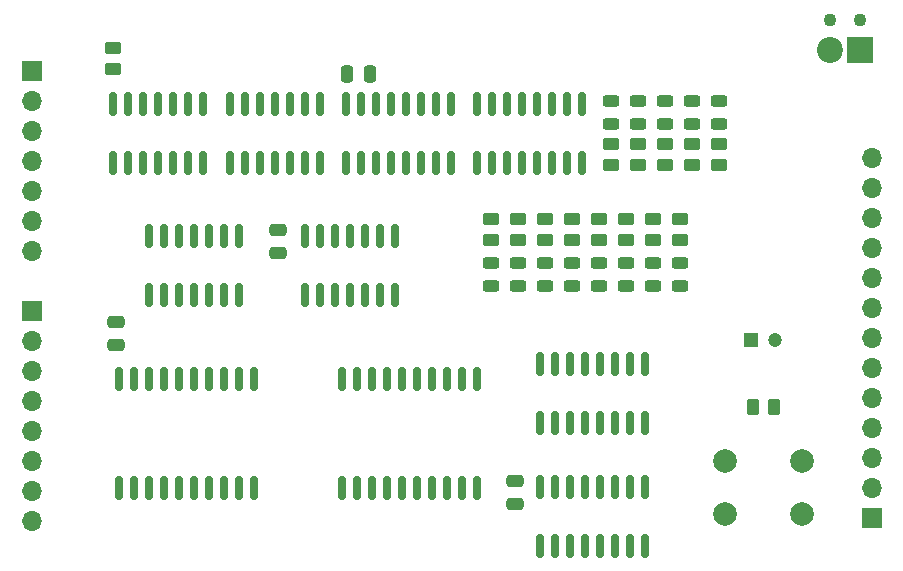
<source format=gbr>
%TF.GenerationSoftware,KiCad,Pcbnew,(6.0.0-0)*%
%TF.CreationDate,2022-08-12T08:36:24-04:00*%
%TF.ProjectId,inst-step-irq-decode,696e7374-2d73-4746-9570-2d6972712d64,rev?*%
%TF.SameCoordinates,Original*%
%TF.FileFunction,Soldermask,Top*%
%TF.FilePolarity,Negative*%
%FSLAX46Y46*%
G04 Gerber Fmt 4.6, Leading zero omitted, Abs format (unit mm)*
G04 Created by KiCad (PCBNEW (6.0.0-0)) date 2022-08-12 08:36:24*
%MOMM*%
%LPD*%
G01*
G04 APERTURE LIST*
G04 Aperture macros list*
%AMRoundRect*
0 Rectangle with rounded corners*
0 $1 Rounding radius*
0 $2 $3 $4 $5 $6 $7 $8 $9 X,Y pos of 4 corners*
0 Add a 4 corners polygon primitive as box body*
4,1,4,$2,$3,$4,$5,$6,$7,$8,$9,$2,$3,0*
0 Add four circle primitives for the rounded corners*
1,1,$1+$1,$2,$3*
1,1,$1+$1,$4,$5*
1,1,$1+$1,$6,$7*
1,1,$1+$1,$8,$9*
0 Add four rect primitives between the rounded corners*
20,1,$1+$1,$2,$3,$4,$5,0*
20,1,$1+$1,$4,$5,$6,$7,0*
20,1,$1+$1,$6,$7,$8,$9,0*
20,1,$1+$1,$8,$9,$2,$3,0*%
G04 Aperture macros list end*
%ADD10RoundRect,0.250000X0.450000X-0.262500X0.450000X0.262500X-0.450000X0.262500X-0.450000X-0.262500X0*%
%ADD11RoundRect,0.250000X-0.450000X0.262500X-0.450000X-0.262500X0.450000X-0.262500X0.450000X0.262500X0*%
%ADD12RoundRect,0.243750X-0.456250X0.243750X-0.456250X-0.243750X0.456250X-0.243750X0.456250X0.243750X0*%
%ADD13RoundRect,0.150000X0.150000X-0.825000X0.150000X0.825000X-0.150000X0.825000X-0.150000X-0.825000X0*%
%ADD14RoundRect,0.250000X0.475000X-0.250000X0.475000X0.250000X-0.475000X0.250000X-0.475000X-0.250000X0*%
%ADD15RoundRect,0.150000X0.150000X-0.875000X0.150000X0.875000X-0.150000X0.875000X-0.150000X-0.875000X0*%
%ADD16RoundRect,0.243750X0.456250X-0.243750X0.456250X0.243750X-0.456250X0.243750X-0.456250X-0.243750X0*%
%ADD17RoundRect,0.250000X0.262500X0.450000X-0.262500X0.450000X-0.262500X-0.450000X0.262500X-0.450000X0*%
%ADD18C,1.100000*%
%ADD19R,2.200000X2.200000*%
%ADD20C,2.200000*%
%ADD21R,1.200000X1.200000*%
%ADD22C,1.200000*%
%ADD23C,2.000000*%
%ADD24RoundRect,0.250000X-0.250000X-0.475000X0.250000X-0.475000X0.250000X0.475000X-0.250000X0.475000X0*%
%ADD25R,1.700000X1.700000*%
%ADD26O,1.700000X1.700000*%
G04 APERTURE END LIST*
D10*
%TO.C,R2*%
X153670000Y-93368742D03*
X153670000Y-91543742D03*
%TD*%
%TO.C,R3*%
X155956000Y-93368742D03*
X155956000Y-91543742D03*
%TD*%
D11*
%TO.C,R13*%
X172974000Y-85193742D03*
X172974000Y-87018742D03*
%TD*%
D12*
%TO.C,D6*%
X165100000Y-95328742D03*
X165100000Y-97203742D03*
%TD*%
D11*
%TO.C,R1*%
X121666000Y-77065742D03*
X121666000Y-78890742D03*
%TD*%
D13*
%TO.C,U5*%
X137922000Y-97979242D03*
X139192000Y-97979242D03*
X140462000Y-97979242D03*
X141732000Y-97979242D03*
X143002000Y-97979242D03*
X144272000Y-97979242D03*
X145542000Y-97979242D03*
X145542000Y-93029242D03*
X144272000Y-93029242D03*
X143002000Y-93029242D03*
X141732000Y-93029242D03*
X140462000Y-93029242D03*
X139192000Y-93029242D03*
X137922000Y-93029242D03*
%TD*%
D12*
%TO.C,D8*%
X169672000Y-95328742D03*
X169672000Y-97203742D03*
%TD*%
D13*
%TO.C,U4*%
X131572000Y-86803242D03*
X132842000Y-86803242D03*
X134112000Y-86803242D03*
X135382000Y-86803242D03*
X136652000Y-86803242D03*
X137922000Y-86803242D03*
X139192000Y-86803242D03*
X139192000Y-81853242D03*
X137922000Y-81853242D03*
X136652000Y-81853242D03*
X135382000Y-81853242D03*
X134112000Y-81853242D03*
X132842000Y-81853242D03*
X131572000Y-81853242D03*
%TD*%
D11*
%TO.C,R12*%
X170688000Y-85193742D03*
X170688000Y-87018742D03*
%TD*%
D13*
%TO.C,U8*%
X157861000Y-119237242D03*
X159131000Y-119237242D03*
X160401000Y-119237242D03*
X161671000Y-119237242D03*
X162941000Y-119237242D03*
X164211000Y-119237242D03*
X165481000Y-119237242D03*
X166751000Y-119237242D03*
X166751000Y-114287242D03*
X165481000Y-114287242D03*
X164211000Y-114287242D03*
X162941000Y-114287242D03*
X161671000Y-114287242D03*
X160401000Y-114287242D03*
X159131000Y-114287242D03*
X157861000Y-114287242D03*
%TD*%
D12*
%TO.C,D2*%
X155956000Y-95328742D03*
X155956000Y-97203742D03*
%TD*%
D14*
%TO.C,C4*%
X121920000Y-102218242D03*
X121920000Y-100318242D03*
%TD*%
D10*
%TO.C,R6*%
X162814000Y-93368742D03*
X162814000Y-91543742D03*
%TD*%
D15*
%TO.C,U7*%
X141097000Y-114378242D03*
X142367000Y-114378242D03*
X143637000Y-114378242D03*
X144907000Y-114378242D03*
X146177000Y-114378242D03*
X147447000Y-114378242D03*
X148717000Y-114378242D03*
X149987000Y-114378242D03*
X151257000Y-114378242D03*
X152527000Y-114378242D03*
X152527000Y-105078242D03*
X151257000Y-105078242D03*
X149987000Y-105078242D03*
X148717000Y-105078242D03*
X147447000Y-105078242D03*
X146177000Y-105078242D03*
X144907000Y-105078242D03*
X143637000Y-105078242D03*
X142367000Y-105078242D03*
X141097000Y-105078242D03*
%TD*%
%TO.C,U6*%
X122174000Y-114378242D03*
X123444000Y-114378242D03*
X124714000Y-114378242D03*
X125984000Y-114378242D03*
X127254000Y-114378242D03*
X128524000Y-114378242D03*
X129794000Y-114378242D03*
X131064000Y-114378242D03*
X132334000Y-114378242D03*
X133604000Y-114378242D03*
X133604000Y-105078242D03*
X132334000Y-105078242D03*
X131064000Y-105078242D03*
X129794000Y-105078242D03*
X128524000Y-105078242D03*
X127254000Y-105078242D03*
X125984000Y-105078242D03*
X124714000Y-105078242D03*
X123444000Y-105078242D03*
X122174000Y-105078242D03*
%TD*%
D12*
%TO.C,D5*%
X162814000Y-95328742D03*
X162814000Y-97203742D03*
%TD*%
D10*
%TO.C,R4*%
X158242000Y-93368742D03*
X158242000Y-91543742D03*
%TD*%
%TO.C,R5*%
X160528000Y-93368742D03*
X160528000Y-91543742D03*
%TD*%
%TO.C,R9*%
X169672000Y-93368742D03*
X169672000Y-91543742D03*
%TD*%
D12*
%TO.C,D4*%
X160528000Y-95328742D03*
X160528000Y-97203742D03*
%TD*%
D16*
%TO.C,D11*%
X170688000Y-83487742D03*
X170688000Y-81612742D03*
%TD*%
D10*
%TO.C,R7*%
X165100000Y-93368742D03*
X165100000Y-91543742D03*
%TD*%
D17*
%TO.C,R15*%
X177696500Y-107442242D03*
X175871500Y-107442242D03*
%TD*%
D16*
%TO.C,D10*%
X168402000Y-83487742D03*
X168402000Y-81612742D03*
%TD*%
D11*
%TO.C,R14*%
X163830000Y-85193742D03*
X163830000Y-87018742D03*
%TD*%
%TO.C,R11*%
X168402000Y-85193742D03*
X168402000Y-87018742D03*
%TD*%
D18*
%TO.C,J4*%
X182372000Y-74676000D03*
X184912000Y-74676000D03*
D19*
X184912000Y-77216000D03*
D20*
X182372000Y-77216000D03*
%TD*%
D21*
%TO.C,C5*%
X175757401Y-101770000D03*
D22*
X177757401Y-101770000D03*
%TD*%
D16*
%TO.C,D13*%
X163830000Y-83487742D03*
X163830000Y-81612742D03*
%TD*%
D13*
%TO.C,U2*%
X121666000Y-86803242D03*
X122936000Y-86803242D03*
X124206000Y-86803242D03*
X125476000Y-86803242D03*
X126746000Y-86803242D03*
X128016000Y-86803242D03*
X129286000Y-86803242D03*
X129286000Y-81853242D03*
X128016000Y-81853242D03*
X126746000Y-81853242D03*
X125476000Y-81853242D03*
X124206000Y-81853242D03*
X122936000Y-81853242D03*
X121666000Y-81853242D03*
%TD*%
D12*
%TO.C,D3*%
X158242000Y-95328742D03*
X158242000Y-97203742D03*
%TD*%
%TO.C,D1*%
X153670000Y-95328742D03*
X153670000Y-97203742D03*
%TD*%
D13*
%TO.C,U9*%
X157861000Y-108823242D03*
X159131000Y-108823242D03*
X160401000Y-108823242D03*
X161671000Y-108823242D03*
X162941000Y-108823242D03*
X164211000Y-108823242D03*
X165481000Y-108823242D03*
X166751000Y-108823242D03*
X166751000Y-103873242D03*
X165481000Y-103873242D03*
X164211000Y-103873242D03*
X162941000Y-103873242D03*
X161671000Y-103873242D03*
X160401000Y-103873242D03*
X159131000Y-103873242D03*
X157861000Y-103873242D03*
%TD*%
%TO.C,U10*%
X152527000Y-86803242D03*
X153797000Y-86803242D03*
X155067000Y-86803242D03*
X156337000Y-86803242D03*
X157607000Y-86803242D03*
X158877000Y-86803242D03*
X160147000Y-86803242D03*
X161417000Y-86803242D03*
X161417000Y-81853242D03*
X160147000Y-81853242D03*
X158877000Y-81853242D03*
X157607000Y-81853242D03*
X156337000Y-81853242D03*
X155067000Y-81853242D03*
X153797000Y-81853242D03*
X152527000Y-81853242D03*
%TD*%
D16*
%TO.C,D12*%
X172974000Y-83487742D03*
X172974000Y-81612742D03*
%TD*%
D14*
%TO.C,C3*%
X155702000Y-115680242D03*
X155702000Y-113780242D03*
%TD*%
D13*
%TO.C,U1*%
X124714000Y-97979242D03*
X125984000Y-97979242D03*
X127254000Y-97979242D03*
X128524000Y-97979242D03*
X129794000Y-97979242D03*
X131064000Y-97979242D03*
X132334000Y-97979242D03*
X132334000Y-93029242D03*
X131064000Y-93029242D03*
X129794000Y-93029242D03*
X128524000Y-93029242D03*
X127254000Y-93029242D03*
X125984000Y-93029242D03*
X124714000Y-93029242D03*
%TD*%
D16*
%TO.C,D9*%
X166116000Y-83487742D03*
X166116000Y-81612742D03*
%TD*%
D11*
%TO.C,R10*%
X166116000Y-85193742D03*
X166116000Y-87018742D03*
%TD*%
D10*
%TO.C,R8*%
X167386000Y-93368742D03*
X167386000Y-91543742D03*
%TD*%
D13*
%TO.C,U3*%
X141417000Y-86803242D03*
X142687000Y-86803242D03*
X143957000Y-86803242D03*
X145227000Y-86803242D03*
X146497000Y-86803242D03*
X147767000Y-86803242D03*
X149037000Y-86803242D03*
X150307000Y-86803242D03*
X150307000Y-81853242D03*
X149037000Y-81853242D03*
X147767000Y-81853242D03*
X146497000Y-81853242D03*
X145227000Y-81853242D03*
X143957000Y-81853242D03*
X142687000Y-81853242D03*
X141417000Y-81853242D03*
%TD*%
D23*
%TO.C,SW1*%
X173534000Y-112050242D03*
X180034000Y-112050242D03*
X173534000Y-116550242D03*
X180034000Y-116550242D03*
%TD*%
D24*
%TO.C,C1*%
X141544000Y-79248242D03*
X143444000Y-79248242D03*
%TD*%
D14*
%TO.C,C2*%
X135636000Y-94422242D03*
X135636000Y-92522242D03*
%TD*%
D12*
%TO.C,D7*%
X167386000Y-95328742D03*
X167386000Y-97203742D03*
%TD*%
D25*
%TO.C,J1*%
X114808000Y-99314242D03*
D26*
X114808000Y-101854242D03*
X114808000Y-104394242D03*
X114808000Y-106934242D03*
X114808000Y-109474242D03*
X114808000Y-112014242D03*
X114808000Y-114554242D03*
X114808000Y-117094242D03*
%TD*%
D25*
%TO.C,J2*%
X185928000Y-116840000D03*
D26*
X185928000Y-114300000D03*
X185928000Y-111760000D03*
X185928000Y-109220000D03*
X185928000Y-106680000D03*
X185928000Y-104140000D03*
X185928000Y-101600000D03*
X185928000Y-99060000D03*
X185928000Y-96520000D03*
X185928000Y-93980000D03*
X185928000Y-91440000D03*
X185928000Y-88900000D03*
X185928000Y-86360000D03*
%TD*%
D25*
%TO.C,J3*%
X114808000Y-78994242D03*
D26*
X114808000Y-81534242D03*
X114808000Y-84074242D03*
X114808000Y-86614242D03*
X114808000Y-89154242D03*
X114808000Y-91694242D03*
X114808000Y-94234242D03*
%TD*%
M02*

</source>
